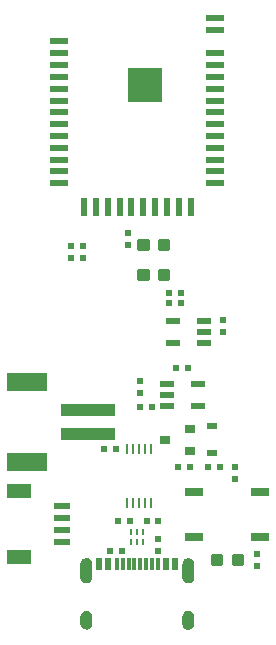
<source format=gtp>
G04 EAGLE Gerber RS-274X export*
G75*
%MOMM*%
%FSLAX34Y34*%
%LPD*%
%INSolderpaste Top*%
%IPPOS*%
%AMOC8*
5,1,8,0,0,1.08239X$1,22.5*%
G01*
%ADD10R,0.830000X0.630000*%
%ADD11C,0.300000*%
%ADD12R,0.900000X0.800000*%
%ADD13R,2.000000X1.200000*%
%ADD14R,1.350000X0.600000*%
%ADD15R,4.600000X1.000000*%
%ADD16R,3.400000X1.600000*%
%ADD17R,0.300000X1.000000*%
%ADD18R,0.600000X1.000000*%
%ADD19R,1.524000X0.762000*%
%ADD20R,1.200000X0.550000*%
%ADD21R,0.600000X0.600000*%
%ADD22R,2.909200X2.909200*%
%ADD23R,1.500000X0.500000*%
%ADD24R,0.500000X1.500000*%
%ADD25R,0.250000X0.875000*%
%ADD26R,0.250000X0.610000*%
%ADD27R,0.250000X0.560000*%

G36*
X157300Y43951D02*
X157300Y43951D01*
X157301Y43951D01*
X158369Y43970D01*
X158376Y43975D01*
X158380Y43971D01*
X159417Y44227D01*
X159422Y44234D01*
X159428Y44231D01*
X160382Y44712D01*
X160386Y44719D01*
X160391Y44718D01*
X161215Y45399D01*
X161216Y45407D01*
X161222Y45407D01*
X161873Y46254D01*
X161873Y46262D01*
X161879Y46263D01*
X162326Y47234D01*
X162324Y47242D01*
X162329Y47244D01*
X162548Y48290D01*
X162545Y48297D01*
X162549Y48300D01*
X162549Y60300D01*
X162546Y60305D01*
X162549Y60308D01*
X162369Y61403D01*
X162363Y61409D01*
X162366Y61414D01*
X161947Y62442D01*
X161940Y62446D01*
X161942Y62451D01*
X161305Y63360D01*
X161297Y63363D01*
X161297Y63368D01*
X160474Y64112D01*
X160466Y64113D01*
X160465Y64119D01*
X159497Y64661D01*
X159488Y64660D01*
X159486Y64666D01*
X158422Y64979D01*
X158417Y64977D01*
X158413Y64977D01*
X158411Y64981D01*
X157303Y65049D01*
X157297Y65045D01*
X157293Y65049D01*
X156185Y64879D01*
X156179Y64873D01*
X156174Y64876D01*
X155132Y64464D01*
X155128Y64457D01*
X155123Y64459D01*
X154198Y63825D01*
X154196Y63817D01*
X154190Y63818D01*
X153430Y62995D01*
X153429Y62986D01*
X153423Y62986D01*
X152866Y62014D01*
X152867Y62006D01*
X152861Y62004D01*
X152534Y60932D01*
X152537Y60924D01*
X152532Y60921D01*
X152451Y59804D01*
X152452Y59801D01*
X152451Y59800D01*
X152451Y47800D01*
X152456Y47793D01*
X152452Y47789D01*
X152671Y46845D01*
X152677Y46839D01*
X152675Y46834D01*
X153099Y45962D01*
X153106Y45959D01*
X153104Y45953D01*
X153711Y45197D01*
X153719Y45195D01*
X153719Y45189D01*
X154479Y44588D01*
X154488Y44588D01*
X154489Y44582D01*
X155364Y44164D01*
X155372Y44166D01*
X155374Y44161D01*
X156320Y43949D01*
X156327Y43952D01*
X156331Y43947D01*
X157300Y43951D01*
G37*
G36*
X71881Y43960D02*
X71881Y43960D01*
X71888Y43965D01*
X71892Y43961D01*
X72944Y44211D01*
X72949Y44217D01*
X72954Y44214D01*
X73924Y44691D01*
X73927Y44699D01*
X73933Y44697D01*
X74772Y45378D01*
X74774Y45386D01*
X74780Y45386D01*
X75446Y46237D01*
X75447Y46245D01*
X75452Y46246D01*
X75913Y47223D01*
X75911Y47231D01*
X75917Y47234D01*
X76148Y48289D01*
X76145Y48297D01*
X76149Y48300D01*
X76149Y60300D01*
X76145Y60305D01*
X76149Y60308D01*
X75956Y61414D01*
X75950Y61419D01*
X75953Y61424D01*
X75520Y62459D01*
X75513Y62463D01*
X75515Y62468D01*
X74862Y63381D01*
X74854Y63383D01*
X74855Y63389D01*
X74016Y64133D01*
X74007Y64134D01*
X74007Y64139D01*
X73023Y64678D01*
X73015Y64677D01*
X73013Y64682D01*
X71934Y64989D01*
X71926Y64986D01*
X71923Y64991D01*
X70803Y65049D01*
X70798Y65046D01*
X70795Y65049D01*
X69749Y64931D01*
X69743Y64925D01*
X69738Y64929D01*
X68744Y64581D01*
X68740Y64574D01*
X68735Y64576D01*
X67843Y64016D01*
X67841Y64009D01*
X67835Y64009D01*
X67091Y63265D01*
X67089Y63257D01*
X67084Y63257D01*
X66524Y62365D01*
X66524Y62357D01*
X66519Y62356D01*
X66171Y61362D01*
X66174Y61354D01*
X66169Y61351D01*
X66051Y60306D01*
X66053Y60302D01*
X66051Y60300D01*
X66051Y48300D01*
X66054Y48295D01*
X66051Y48292D01*
X66209Y47296D01*
X66215Y47290D01*
X66212Y47285D01*
X66587Y46349D01*
X66594Y46345D01*
X66592Y46339D01*
X67166Y45510D01*
X67174Y45507D01*
X67173Y45502D01*
X67917Y44821D01*
X67926Y44820D01*
X67926Y44814D01*
X68803Y44316D01*
X68812Y44317D01*
X68814Y44312D01*
X69779Y44021D01*
X69787Y44024D01*
X69790Y44019D01*
X70797Y43951D01*
X70799Y43952D01*
X70800Y43951D01*
X71881Y43960D01*
G37*
G36*
X157804Y4455D02*
X157804Y4455D01*
X157807Y4451D01*
X158883Y4606D01*
X158888Y4612D01*
X158893Y4609D01*
X159907Y4999D01*
X159911Y5006D01*
X159917Y5005D01*
X160819Y5611D01*
X160821Y5619D01*
X160827Y5618D01*
X161571Y6410D01*
X161572Y6418D01*
X161578Y6418D01*
X162127Y7356D01*
X162126Y7364D01*
X162132Y7366D01*
X162459Y8402D01*
X162456Y8410D01*
X162461Y8413D01*
X162549Y9496D01*
X162547Y9499D01*
X162549Y9500D01*
X162549Y15500D01*
X162546Y15504D01*
X162549Y15506D01*
X162399Y16639D01*
X162393Y16645D01*
X162396Y16650D01*
X161998Y17720D01*
X161991Y17724D01*
X161993Y17730D01*
X161366Y18685D01*
X161358Y18688D01*
X161359Y18693D01*
X160536Y19485D01*
X160528Y19486D01*
X160527Y19492D01*
X159548Y20081D01*
X159540Y20080D01*
X159538Y20085D01*
X158453Y20441D01*
X158445Y20439D01*
X158442Y20443D01*
X157305Y20549D01*
X157296Y20544D01*
X157291Y20548D01*
X156154Y20341D01*
X156148Y20335D01*
X156143Y20338D01*
X155081Y19883D01*
X155077Y19876D01*
X155071Y19878D01*
X154136Y19198D01*
X154134Y19190D01*
X154128Y19191D01*
X153368Y18320D01*
X153368Y18312D01*
X153362Y18311D01*
X152815Y17292D01*
X152816Y17284D01*
X152811Y17282D01*
X152807Y17269D01*
X152794Y17220D01*
X152793Y17220D01*
X152794Y17220D01*
X152780Y17171D01*
X152766Y17121D01*
X152753Y17072D01*
X152739Y17023D01*
X152726Y16974D01*
X152712Y16924D01*
X152699Y16875D01*
X152685Y16826D01*
X152671Y16777D01*
X152658Y16727D01*
X152644Y16678D01*
X152631Y16629D01*
X152617Y16580D01*
X152604Y16530D01*
X152590Y16481D01*
X152577Y16432D01*
X152576Y16432D01*
X152563Y16383D01*
X152549Y16333D01*
X152504Y16168D01*
X152507Y16160D01*
X152502Y16157D01*
X152451Y15002D01*
X152452Y15001D01*
X152451Y15000D01*
X152451Y9000D01*
X152455Y8994D01*
X152452Y8991D01*
X152664Y7910D01*
X152670Y7905D01*
X152667Y7900D01*
X153114Y6894D01*
X153121Y6890D01*
X153119Y6884D01*
X153779Y6003D01*
X153787Y6000D01*
X153787Y5995D01*
X154626Y5282D01*
X154634Y5282D01*
X154635Y5276D01*
X155612Y4768D01*
X155620Y4769D01*
X155622Y4764D01*
X156687Y4486D01*
X156695Y4489D01*
X156698Y4485D01*
X157799Y4451D01*
X157804Y4455D01*
G37*
G36*
X71302Y4455D02*
X71302Y4455D01*
X71307Y4451D01*
X72394Y4596D01*
X72400Y4602D01*
X72405Y4599D01*
X73433Y4983D01*
X73438Y4989D01*
X73443Y4988D01*
X74360Y5590D01*
X74363Y5598D01*
X74369Y5597D01*
X75129Y6389D01*
X75130Y6397D01*
X75136Y6398D01*
X75700Y7339D01*
X75700Y7342D01*
X75701Y7343D01*
X75700Y7345D01*
X75699Y7347D01*
X75705Y7349D01*
X76046Y8392D01*
X76044Y8400D01*
X76048Y8403D01*
X76149Y9496D01*
X76147Y9498D01*
X76149Y9500D01*
X76149Y15500D01*
X76147Y15503D01*
X76149Y15505D01*
X76048Y16597D01*
X76043Y16603D01*
X76046Y16608D01*
X75705Y17651D01*
X75698Y17656D01*
X75700Y17661D01*
X75136Y18602D01*
X75128Y18605D01*
X75129Y18611D01*
X74369Y19403D01*
X74361Y19404D01*
X74360Y19410D01*
X73443Y20013D01*
X73435Y20012D01*
X73433Y20018D01*
X72405Y20401D01*
X72397Y20399D01*
X72394Y20404D01*
X71307Y20549D01*
X71299Y20545D01*
X71295Y20549D01*
X70158Y20443D01*
X70152Y20438D01*
X70147Y20441D01*
X69062Y20085D01*
X69057Y20078D01*
X69052Y20081D01*
X68073Y19492D01*
X68070Y19484D01*
X68064Y19485D01*
X67241Y18693D01*
X67240Y18685D01*
X67234Y18685D01*
X66607Y17730D01*
X66608Y17722D01*
X66602Y17720D01*
X66204Y16650D01*
X66206Y16642D01*
X66201Y16639D01*
X66051Y15506D01*
X66054Y15502D01*
X66051Y15500D01*
X66051Y9500D01*
X66054Y9496D01*
X66051Y9494D01*
X66201Y8361D01*
X66207Y8355D01*
X66204Y8350D01*
X66602Y7280D01*
X66609Y7276D01*
X66607Y7270D01*
X67234Y6315D01*
X67242Y6312D01*
X67241Y6307D01*
X68064Y5515D01*
X68072Y5514D01*
X68073Y5508D01*
X69052Y4919D01*
X69060Y4920D01*
X69062Y4915D01*
X70147Y4559D01*
X70155Y4562D01*
X70158Y4557D01*
X71295Y4451D01*
X71302Y4455D01*
G37*
D10*
X177800Y176600D03*
X177800Y153600D03*
D11*
X133540Y301300D02*
X133540Y308300D01*
X140540Y308300D01*
X140540Y301300D01*
X133540Y301300D01*
X133540Y304150D02*
X140540Y304150D01*
X140540Y307000D02*
X133540Y307000D01*
X116000Y308300D02*
X116000Y301300D01*
X116000Y308300D02*
X123000Y308300D01*
X123000Y301300D01*
X116000Y301300D01*
X116000Y304150D02*
X123000Y304150D01*
X123000Y307000D02*
X116000Y307000D01*
D12*
X158590Y155600D03*
X158590Y174600D03*
X137590Y165100D03*
D11*
X123000Y326700D02*
X123000Y333700D01*
X123000Y326700D02*
X116000Y326700D01*
X116000Y333700D01*
X123000Y333700D01*
X123000Y329550D02*
X116000Y329550D01*
X116000Y332400D02*
X123000Y332400D01*
X140540Y333700D02*
X140540Y326700D01*
X133540Y326700D01*
X133540Y333700D01*
X140540Y333700D01*
X140540Y329550D02*
X133540Y329550D01*
X133540Y332400D02*
X140540Y332400D01*
D13*
X14050Y121980D03*
X14050Y65980D03*
D14*
X50800Y108980D03*
X50800Y98980D03*
X50800Y88980D03*
X50800Y78980D03*
D15*
X72560Y170340D03*
X72560Y190340D03*
D16*
X20560Y146340D03*
X20560Y214340D03*
D17*
X121800Y60100D03*
X116800Y60100D03*
D18*
X146550Y60100D03*
X138800Y60100D03*
D17*
X131800Y60100D03*
X126800Y60100D03*
X106800Y60100D03*
X111800Y60100D03*
D18*
X82050Y60100D03*
X89800Y60100D03*
D17*
X96800Y60100D03*
X101800Y60100D03*
D19*
X218440Y82550D03*
X162560Y82550D03*
X218440Y120650D03*
X162560Y120650D03*
D20*
X139399Y212700D03*
X139399Y203200D03*
X139399Y193700D03*
X165401Y193700D03*
X165401Y212700D03*
X170481Y247040D03*
X170481Y256540D03*
X170481Y266040D03*
X144479Y266040D03*
X144479Y247040D03*
D21*
X101520Y71120D03*
X91520Y71120D03*
X132080Y71200D03*
X132080Y81200D03*
X184070Y142240D03*
X174070Y142240D03*
X126920Y193040D03*
X116920Y193040D03*
X116840Y204550D03*
X116840Y214550D03*
X157400Y226060D03*
X147400Y226060D03*
X141050Y289814D03*
X151050Y289814D03*
X106680Y340280D03*
X106680Y330280D03*
X151050Y280670D03*
X141050Y280670D03*
X186690Y266620D03*
X186690Y256620D03*
X215900Y68500D03*
X215900Y58500D03*
D11*
X195770Y60000D02*
X195770Y67000D01*
X202770Y67000D01*
X202770Y60000D01*
X195770Y60000D01*
X195770Y62850D02*
X202770Y62850D01*
X202770Y65700D02*
X195770Y65700D01*
X178230Y67000D02*
X178230Y60000D01*
X178230Y67000D02*
X185230Y67000D01*
X185230Y60000D01*
X178230Y60000D01*
X178230Y62850D02*
X185230Y62850D01*
X185230Y65700D02*
X178230Y65700D01*
D22*
X120400Y465400D03*
D23*
X48300Y382400D03*
X48300Y392400D03*
X48300Y502400D03*
X48300Y492400D03*
X48300Y482400D03*
X48300Y472400D03*
X48300Y462400D03*
X48300Y452400D03*
X48300Y442400D03*
X48300Y432400D03*
X48300Y422400D03*
X48300Y412400D03*
X48300Y402400D03*
D24*
X69300Y362400D03*
X79300Y362400D03*
X99300Y362400D03*
X89300Y362400D03*
X109300Y362400D03*
X119300Y362400D03*
X129300Y362400D03*
X139300Y362400D03*
X149300Y362400D03*
X159300Y362400D03*
D23*
X180300Y382400D03*
X180300Y392400D03*
X180300Y402400D03*
X180300Y412400D03*
X180300Y422400D03*
X180300Y432400D03*
X180300Y442400D03*
X180300Y452400D03*
X180300Y462400D03*
X180300Y472400D03*
X180300Y482400D03*
X180300Y492400D03*
X180300Y512400D03*
X180300Y522400D03*
D25*
X105570Y111995D03*
X110570Y111995D03*
X115570Y111995D03*
X120570Y111995D03*
X125570Y111995D03*
X125570Y157245D03*
X120570Y157245D03*
X115570Y157245D03*
X110570Y157245D03*
X105570Y157245D03*
D21*
X96440Y157480D03*
X86440Y157480D03*
X58420Y318850D03*
X58420Y328850D03*
X68580Y318850D03*
X68580Y328850D03*
D26*
X109300Y78500D03*
D27*
X114300Y78250D03*
X119300Y78250D03*
X119300Y86850D03*
X114300Y86850D03*
X109300Y86850D03*
D21*
X107790Y96520D03*
X97790Y96520D03*
X122080Y96520D03*
X132080Y96520D03*
X196850Y132240D03*
X196850Y142240D03*
X148750Y142240D03*
X158750Y142240D03*
M02*

</source>
